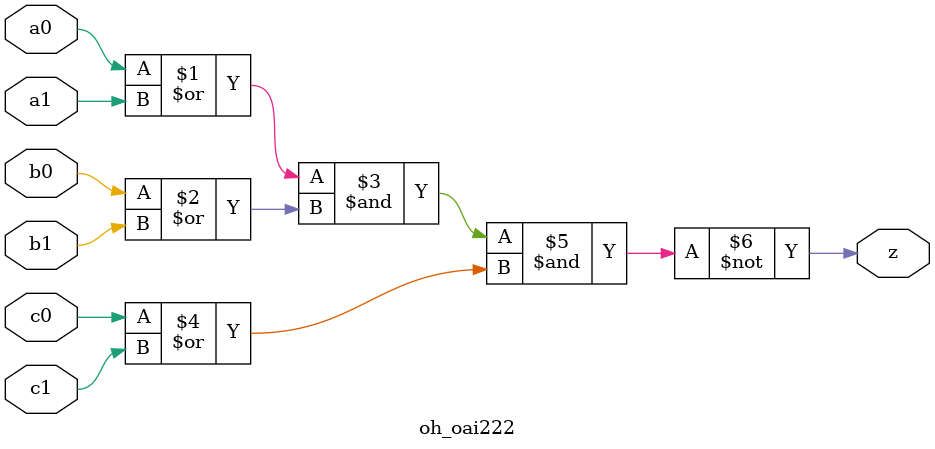
<source format=v>
module oh_oai222(	// file.cleaned.mlir:2:3
  input  a0,	// file.cleaned.mlir:2:27
         a1,	// file.cleaned.mlir:2:40
         b0,	// file.cleaned.mlir:2:53
         b1,	// file.cleaned.mlir:2:66
         c0,	// file.cleaned.mlir:2:79
         c1,	// file.cleaned.mlir:2:92
  output z	// file.cleaned.mlir:2:106
);

  assign z = ~((a0 | a1) & (b0 | b1) & (c0 | c1));	// file.cleaned.mlir:4:10, :5:10, :6:10, :7:10, :8:10, :9:5
endmodule


</source>
